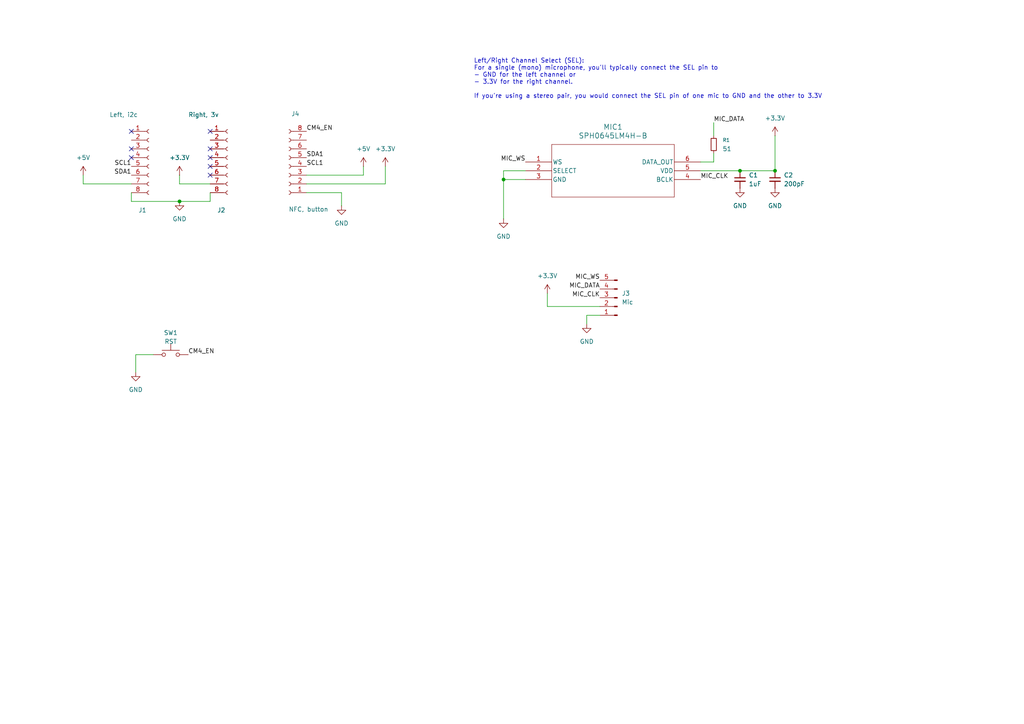
<source format=kicad_sch>
(kicad_sch (version 20250114) (generator "eeschema") (generator_version "9.0")
  (paper "A4")
  (lib_symbols
    (symbol "2025-08-26_08-43-29:SPH0645LM4H-B" (pin_names (offset 0.254))
      (property "Reference" "MIC" (at 25.4 10.16 0))
      (property "Value" "SPH0645LM4H-B" (at 25.4 7.62 0))
      (symbol "SPH0645LM4H-B_0_1"
        (polyline (pts (xy 7.62 5.08) (xy 7.62 -10.16)) (stroke (width 0.127)))
        (polyline (pts (xy 7.62 -10.16) (xy 43.18 -10.16)) (stroke (width 0.127)))
        (polyline (pts (xy 43.18 5.08) (xy 7.62 5.08)) (stroke (width 0.127)))
        (polyline (pts (xy 43.18 -10.16) (xy 43.18 5.08)) (stroke (width 0.127)))
        (pin input line (at 0 0 0) (length 7.62) (name "WS") (number "1"))
        (pin input line (at 0 -2.54 0) (length 7.62) (name "SELECT") (number "2"))
        (pin power_out line (at 0 -5.08 0) (length 7.62) (name "GND") (number "3"))
        (pin output line (at 50.8 0 180) (length 7.62) (name "DATA_OUT") (number "6"))
        (pin power_in line (at 50.8 -2.54 180) (length 7.62) (name "VDD") (number "5"))
        (pin input line (at 50.8 -5.08 180) (length 7.62) (name "BCLK") (number "4"))
      )
    )
    (symbol "Connector:Conn_01x05_Pin" (pin_names (offset 1.016) (hide yes))
      (property "Reference" "J" (at 0 7.62 0))
      (property "Value" "Conn_01x05_Pin" (at 0 -7.62 0))
      (symbol "Conn_01x05_Pin_1_1"
        (rectangle (start 0.8636 5.207) (end 0 4.953) (stroke (width 0.1524)) (fill (type outline)))
        (rectangle (start 0.8636 2.667) (end 0 2.413) (stroke (width 0.1524)) (fill (type outline)))
        (rectangle (start 0.8636 0.127) (end 0 -0.127) (stroke (width 0.1524)) (fill (type outline)))
        (rectangle (start 0.8636 -2.413) (end 0 -2.667) (stroke (width 0.1524)) (fill (type outline)))
        (rectangle (start 0.8636 -4.953) (end 0 -5.207) (stroke (width 0.1524)) (fill (type outline)))
        (polyline (pts (xy 1.27 5.08) (xy 0.8636 5.08)) (stroke (width 0.1524)))
        (polyline (pts (xy 1.27 2.54) (xy 0.8636 2.54)) (stroke (width 0.1524)))
        (polyline (pts (xy 1.27 0) (xy 0.8636 0)) (stroke (width 0.1524)))
        (polyline (pts (xy 1.27 -2.54) (xy 0.8636 -2.54)) (stroke (width 0.1524)))
        (polyline (pts (xy 1.27 -5.08) (xy 0.8636 -5.08)) (stroke (width 0.1524)))
        (pin passive line (at 5.08 5.08 180) (length 3.81) (name "Pin_1") (number "1"))
        (pin passive line (at 5.08 2.54 180) (length 3.81) (name "Pin_2") (number "2"))
        (pin passive line (at 5.08 0 180) (length 3.81) (name "Pin_3") (number "3"))
        (pin passive line (at 5.08 -2.54 180) (length 3.81) (name "Pin_4") (number "4"))
        (pin passive line (at 5.08 -5.08 180) (length 3.81) (name "Pin_5") (number "5"))
      )
    )
    (symbol "Connector:Conn_01x08_Socket" (pin_names (offset 1.016) (hide yes))
      (property "Reference" "J" (at 0 10.16 0))
      (property "Value" "Conn_01x08_Socket" (at 0 -12.7 0))
      (symbol "Conn_01x08_Socket_1_1"
        (polyline (pts (xy -1.27 7.62) (xy -0.508 7.62)) (stroke (width 0.1524)))
        (polyline (pts (xy -1.27 5.08) (xy -0.508 5.08)) (stroke (width 0.1524)))
        (polyline (pts (xy -1.27 2.54) (xy -0.508 2.54)) (stroke (width 0.1524)))
        (polyline (pts (xy -1.27 0) (xy -0.508 0)) (stroke (width 0.1524)))
        (polyline (pts (xy -1.27 -2.54) (xy -0.508 -2.54)) (stroke (width 0.1524)))
        (polyline (pts (xy -1.27 -5.08) (xy -0.508 -5.08)) (stroke (width 0.1524)))
        (polyline (pts (xy -1.27 -7.62) (xy -0.508 -7.62)) (stroke (width 0.1524)))
        (polyline (pts (xy -1.27 -10.16) (xy -0.508 -10.16)) (stroke (width 0.1524)))
        (arc (start 0 7.112) (mid -0.5058 7.62) (end 0 8.128) (stroke (width 0.1524)))
        (arc (start 0 4.572) (mid -0.5058 5.08) (end 0 5.588) (stroke (width 0.1524)))
        (arc (start 0 2.032) (mid -0.5058 2.54) (end 0 3.048) (stroke (width 0.1524)))
        (arc (start 0 -0.508) (mid -0.5058 0) (end 0 0.508) (stroke (width 0.1524)))
        (arc (start 0 -3.048) (mid -0.5058 -2.54) (end 0 -2.032) (stroke (width 0.1524)))
        (arc (start 0 -5.588) (mid -0.5058 -5.08) (end 0 -4.572) (stroke (width 0.1524)))
        (arc (start 0 -8.128) (mid -0.5058 -7.62) (end 0 -7.112) (stroke (width 0.1524)))
        (arc (start 0 -10.668) (mid -0.5058 -10.16) (end 0 -9.652) (stroke (width 0.1524)))
        (pin passive line (at -5.08 7.62 0) (length 3.81) (name "Pin_1") (number "1"))
        (pin passive line (at -5.08 5.08 0) (length 3.81) (name "Pin_2") (number "2"))
        (pin passive line (at -5.08 2.54 0) (length 3.81) (name "Pin_3") (number "3"))
        (pin passive line (at -5.08 0 0) (length 3.81) (name "Pin_4") (number "4"))
        (pin passive line (at -5.08 -2.54 0) (length 3.81) (name "Pin_5") (number "5"))
        (pin passive line (at -5.08 -5.08 0) (length 3.81) (name "Pin_6") (number "6"))
        (pin passive line (at -5.08 -7.62 0) (length 3.81) (name "Pin_7") (number "7"))
        (pin passive line (at -5.08 -10.16 0) (length 3.81) (name "Pin_8") (number "8"))
      )
    )
    (symbol "Device:C_Small" (pin_numbers (hide yes)) (pin_names (offset 0.254) (hide yes))
      (property "Reference" "C" (at 0.254 1.778 0))
      (property "Value" "C_Small" (at 0.254 -2.032 0))
      (symbol "C_Small_0_1"
        (polyline (pts (xy -1.524 0.508) (xy 1.524 0.508)) (stroke (width 0.3048)))
        (polyline (pts (xy -1.524 -0.508) (xy 1.524 -0.508)) (stroke (width 0.3302)))
      )
      (symbol "C_Small_1_1"
        (pin passive line (at 0 2.54 270) (length 2.032) (name "~") (number "1"))
        (pin passive line (at 0 -2.54 90) (length 2.032) (name "~") (number "2"))
      )
    )
    (symbol "Device:R_Small" (pin_numbers (hide yes)) (pin_names (offset 0.254) (hide yes))
      (property "Reference" "R" (at 0 0 90))
      (property "Value" "R_Small" (at 1.778 0 90))
      (symbol "R_Small_0_1"
        (rectangle (start -0.762 1.778) (end 0.762 -1.778) (stroke (width 0.2032)))
      )
      (symbol "R_Small_1_1"
        (pin passive line (at 0 2.54 270) (length 0.762) (name "~") (number "1"))
        (pin passive line (at 0 -2.54 90) (length 0.762) (name "~") (number "2"))
      )
    )
    (symbol "Switch:SW_Push" (pin_numbers (hide yes)) (pin_names (offset 1.016) (hide yes))
      (property "Reference" "SW" (at 1.27 2.54 0))
      (property "Value" "SW_Push" (at 0 -1.524 0))
      (symbol "SW_Push_0_1"
        (circle (center -2.032 0) (radius 0.508))
        (polyline (pts (xy 0 1.27) (xy 0 3.048)))
        (circle (center 2.032 0) (radius 0.508))
        (polyline (pts (xy 2.54 1.27) (xy -2.54 1.27)))
        (pin passive line (at -5.08 0 0) (length 2.54) (name "1") (number "1"))
        (pin passive line (at 5.08 0 180) (length 2.54) (name "2") (number "2"))
      )
    )
    (symbol "power:+3.3V" (power) (pin_numbers (hide yes)) (pin_names (offset 0) (hide yes))
      (property "Value" "+3.3V" (at 0 3.556 0))
      (symbol "+3.3V_0_1"
        (polyline (pts (xy -0.762 1.27) (xy 0 2.54)))
        (polyline (pts (xy 0 2.54) (xy 0.762 1.27)))
        (polyline (pts (xy 0 0) (xy 0 2.54)))
      )
      (symbol "+3.3V_1_1"
        (pin power_in line (at 0 0 90) (length 0) (name "~") (number "1"))
      )
    )
    (symbol "power:+5V" (power) (pin_numbers (hide yes)) (pin_names (offset 0) (hide yes))
      (property "Value" "+5V" (at 0 3.556 0))
      (symbol "+5V_0_1"
        (polyline (pts (xy -0.762 1.27) (xy 0 2.54)))
        (polyline (pts (xy 0 2.54) (xy 0.762 1.27)))
        (polyline (pts (xy 0 0) (xy 0 2.54)))
      )
      (symbol "+5V_1_1"
        (pin power_in line (at 0 0 90) (length 0) (name "~") (number "1"))
      )
    )
    (symbol "power:GND" (power) (pin_numbers (hide yes)) (pin_names (offset 0) (hide yes))
      (property "Value" "GND" (at 0 -3.81 0))
      (symbol "GND_0_1"
        (polyline (pts (xy 0 0) (xy 0 -1.27) (xy 1.27 -1.27) (xy 0 -2.54) (xy -1.27 -1.27) (xy 0 -1.27)))
      )
      (symbol "GND_1_1"
        (pin power_in line (at 0 0 270) (length 0) (name "~") (number "1"))
      )
    )
  )
  (text "Left/Right Channel Select (SEL): \nFor a single (mono) microphone, you'll typically connect the SEL pin to \n- GND for the left channel or \n- 3.3V for the right channel. \n\nIf you're using a stereo pair, you would connect the SEL pin of one mic to GND and the other to 3.3V" (at 137.414 22.86 0) (effects (font (size 1.27 1.27)) (justify left)))
  (junction (at 146.05 52.07))
  (junction (at 52.07 58.42))
  (junction (at 214.63 49.53))
  (junction (at 224.79 49.53))
  (no_connect (at 38.1 38.1))
  (no_connect (at 60.96 45.72))
  (no_connect (at 60.96 50.8))
  (no_connect (at 38.1 43.18))
  (no_connect (at 38.1 45.72))
  (no_connect (at 60.96 38.1))
  (no_connect (at 60.96 48.26))
  (no_connect (at 60.96 43.18))
  (wire (pts (xy 170.18 93.98) (xy 170.18 91.44)))
  (wire (pts (xy 158.75 88.9) (xy 173.99 88.9)))
  (wire (pts (xy 105.41 50.8) (xy 88.9 50.8)))
  (wire (pts (xy 38.1 53.34) (xy 24.13 53.34)))
  (wire (pts (xy 146.05 52.07) (xy 146.05 63.5)))
  (wire (pts (xy 203.2 46.99) (xy 207.01 46.99)))
  (wire (pts (xy 38.1 55.88) (xy 38.1 58.42)))
  (wire (pts (xy 24.13 53.34) (xy 24.13 50.8)))
  (wire (pts (xy 203.2 49.53) (xy 214.63 49.53)))
  (wire (pts (xy 207.01 46.99) (xy 207.01 44.45)))
  (wire (pts (xy 224.79 39.37) (xy 224.79 49.53)))
  (wire (pts (xy 170.18 91.44) (xy 173.99 91.44)))
  (wire (pts (xy 214.63 49.53) (xy 224.79 49.53)))
  (wire (pts (xy 146.05 49.53) (xy 146.05 52.07)))
  (wire (pts (xy 207.01 35.56) (xy 207.01 39.37)))
  (wire (pts (xy 60.96 55.88) (xy 60.96 58.42)))
  (wire (pts (xy 60.96 53.34) (xy 52.07 53.34)))
  (wire (pts (xy 60.96 58.42) (xy 52.07 58.42)))
  (wire (pts (xy 88.9 55.88) (xy 99.06 55.88)))
  (wire (pts (xy 52.07 53.34) (xy 52.07 50.8)))
  (wire (pts (xy 111.76 48.26) (xy 111.76 53.34)))
  (wire (pts (xy 152.4 52.07) (xy 146.05 52.07)))
  (wire (pts (xy 39.37 107.95) (xy 39.37 102.87)))
  (wire (pts (xy 99.06 55.88) (xy 99.06 59.69)))
  (wire (pts (xy 105.41 48.26) (xy 105.41 50.8)))
  (wire (pts (xy 158.75 85.09) (xy 158.75 88.9)))
  (wire (pts (xy 111.76 53.34) (xy 88.9 53.34)))
  (wire (pts (xy 39.37 102.87) (xy 44.45 102.87)))
  (wire (pts (xy 152.4 49.53) (xy 146.05 49.53)))
  (wire (pts (xy 38.1 58.42) (xy 52.07 58.42)))
  (label "MIC_WS" (at 152.4 46.99 180))
  (label "SDA1" (at 88.9 45.72 0))
  (label "SDA1" (at 38.1 50.8 180))
  (label "MIC_DATA" (at 207.01 35.56 0))
  (label "MIC_CLK" (at 203.2 52.07 0))
  (label "CM4_EN" (at 54.61 102.87 0))
  (label "SCL1" (at 88.9 48.26 0))
  (label "CM4_EN" (at 88.9 38.1 0))
  (label "MIC_DATA" (at 173.99 83.82 180))
  (label "SCL1" (at 38.1 48.26 180))
  (label "MIC_WS" (at 173.99 81.28 180))
  (label "MIC_CLK" (at 173.99 86.36 180))
  (symbol (lib_id "power:GND") (at 99.06 59.69 0) (unit 1)
    (property "Reference" "#PWR09" (effects (hide yes)))
    (property "Value" "GND" (at 99.06 64.77 0))
    (property "Description" "Power symbol creates a global label with name \"GND\" , ground" (effects (hide yes)))
  )
  (symbol (lib_id "power:+3.3V") (at 111.76 48.26 0) (unit 1)
    (property "Reference" "#PWR010" (effects (hide yes)))
    (property "Value" "+3.3V" (at 111.76 43.18 0))
    (property "Description" "Power symbol creates a global label with name \"+3.3V\"" (effects (hide yes)))
  )
  (symbol (lib_id "2025-08-26_08-43-29:SPH0645LM4H-B") (at 152.4 46.99 0) (unit 1)
    (property "Reference" "MIC1" (at 177.8 36.83 0) (effects (font (size 1.524 1.524))))
    (property "Value" "SPH0645LM4H-B" (at 177.8 39.37 0) (effects (font (size 1.524 1.524))))
    (property "Footprint" "SPH0645LM4H-B_KNO" (effects (hide yes)))
    (property "Datasheet" "SPH0645LM4H-B" (effects (hide yes)))
  )
  (symbol (lib_id "power:+3.3V") (at 224.79 39.37 0) (unit 1)
    (property "Reference" "#PWR04" (effects (hide yes)))
    (property "Value" "+3.3V" (at 224.79 34.29 0))
    (property "Description" "Power symbol creates a global label with name \"+3.3V\"" (effects (hide yes)))
  )
  (symbol (lib_id "Device:C_Small") (at 214.63 52.07 0) (unit 1)
    (property "Reference" "C1" (at 217.17 50.8062 0) (effects (justify left)))
    (property "Value" "1uF" (at 217.17 53.3462 0) (effects (justify left)))
    (property "Footprint" "Capacitor_SMD:C_0603_1608Metric" (effects (hide yes)))
    (property "Description" "Unpolarized capacitor, small symbol" (effects (hide yes)))
  )
  (symbol (lib_id "power:+3.3V") (at 158.75 85.09 0) (unit 1)
    (property "Reference" "#PWR08" (effects (hide yes)))
    (property "Value" "+3.3V" (at 158.75 80.01 0))
    (property "Description" "Power symbol creates a global label with name \"+3.3V\"" (effects (hide yes)))
  )
  (symbol (lib_id "power:GND") (at 170.18 93.98 0) (unit 1)
    (property "Reference" "#PWR07" (effects (hide yes)))
    (property "Value" "GND" (at 170.18 99.06 0))
    (property "Description" "Power symbol creates a global label with name \"GND\" , ground" (effects (hide yes)))
  )
  (symbol (lib_id "power:GND") (at 52.07 58.42 0) (unit 1)
    (property "Reference" "#PWR03" (effects (hide yes)))
    (property "Value" "GND" (at 52.07 63.5 0))
    (property "Description" "Power symbol creates a global label with name \"GND\" , ground" (effects (hide yes)))
  )
  (symbol (lib_id "Device:R_Small") (at 207.01 41.91 0) (unit 1)
    (property "Reference" "R1" (at 209.55 40.6399 0) (effects (font (size 1.016 1.016)) (justify left)))
    (property "Value" "51" (at 209.55 43.1799 0) (effects (justify left)))
    (property "Footprint" "Resistor_SMD:R_0402_1005Metric" (effects (hide yes)))
    (property "Description" "Resistor, small symbol" (effects (hide yes)))
  )
  (symbol (lib_id "power:+5V") (at 24.13 50.8 0) (unit 1)
    (property "Reference" "#PWR02" (effects (hide yes)))
    (property "Value" "+5V" (at 24.13 45.72 0))
    (property "Description" "Power symbol creates a global label with name \"+5V\"" (effects (hide yes)))
  )
  (symbol (lib_id "Device:C_Small") (at 224.79 52.07 0) (unit 1)
    (property "Reference" "C2" (at 227.33 50.8062 0) (effects (justify left)))
    (property "Value" "200pF" (at 227.33 53.3462 0) (effects (justify left)))
    (property "Footprint" "Capacitor_SMD:C_0603_1608Metric" (effects (hide yes)))
    (property "Description" "Unpolarized capacitor, small symbol" (effects (hide yes)))
  )
  (symbol (lib_id "power:GND") (at 39.37 107.95 0) (unit 1)
    (property "Reference" "#PWR06" (effects (hide yes)))
    (property "Value" "GND" (at 39.37 113.03 0))
    (property "Description" "Power symbol creates a global label with name \"GND\" , ground" (effects (hide yes)))
  )
  (symbol (lib_id "Connector:Conn_01x08_Socket") (at 43.18 45.72 0) (unit 1)
    (property "Reference" "J1" (at 40.132 60.96 0) (effects (justify left)))
    (property "Value" "Left, i2c" (at 31.75 33.274 0) (effects (justify left)))
    (property "Footprint" "Connector_PinHeader_2.54mm:PinHeader_1x08_P2.54mm_Vertical" (effects (hide yes)))
    (property "Description" "Generic connector, single row, 01x08, script generated" (effects (hide yes)))
  )
  (symbol (lib_id "Connector:Conn_01x08_Socket") (at 83.82 48.26 180) (unit 1)
    (property "Reference" "J4" (at 86.868 33.02 0) (effects (justify left)))
    (property "Value" "NFC, button" (at 95.25 60.706 0) (effects (justify left)))
    (property "Footprint" "Connector_PinHeader_2.54mm:PinHeader_1x08_P2.54mm_Vertical" (effects (hide yes)))
    (property "Description" "Generic connector, single row, 01x08, script generated" (effects (hide yes)))
  )
  (symbol (lib_id "power:+3.3V") (at 52.07 50.8 0) (unit 1)
    (property "Reference" "#PWR01" (effects (hide yes)))
    (property "Value" "+3.3V" (at 52.07 45.72 0))
    (property "Description" "Power symbol creates a global label with name \"+3.3V\"" (effects (hide yes)))
  )
  (symbol (lib_id "power:+5V") (at 105.41 48.26 0) (unit 1)
    (property "Reference" "#PWR011" (effects (hide yes)))
    (property "Value" "+5V" (at 105.41 43.18 0))
    (property "Description" "Power symbol creates a global label with name \"+5V\"" (effects (hide yes)))
  )
  (symbol (lib_id "power:GND") (at 146.05 63.5 0) (unit 1)
    (property "Reference" "#PWR05" (effects (hide yes)))
    (property "Value" "GND" (at 146.05 68.58 0))
    (property "Description" "Power symbol creates a global label with name \"GND\" , ground" (effects (hide yes)))
  )
  (symbol (lib_id "Switch:SW_Push") (at 49.53 102.87 0) (unit 1)
    (property "Reference" "SW1" (at 49.53 96.52 0))
    (property "Value" "RST" (at 49.53 99.06 0))
    (property "Footprint" "Button_Switch_SMD:SW_SPST_PTS810" (effects (hide yes)))
    (property "LCSC" "C116501" (effects (hide yes)))
  )
  (symbol (lib_id "power:GND") (at 224.79 54.61 0) (unit 1)
    (property "Reference" "#PWR013" (effects (hide yes)))
    (property "Value" "GND" (at 224.79 59.69 0))
    (property "Description" "Power symbol creates a global label with name \"GND\" , ground" (effects (hide yes)))
  )
  (symbol (lib_id "Connector:Conn_01x05_Pin") (at 179.07 86.36 180) (unit 1)
    (property "Reference" "J3" (at 180.34 85.0899 0) (effects (justify right)))
    (property "Value" "Mic" (at 180.34 87.6299 0) (effects (justify right)))
    (property "Footprint" "Connector_PinHeader_2.54mm:PinHeader_1x05_P2.54mm_Vertical" (effects (hide yes)))
    (property "Description" "Generic connector, single row, 01x05, script generated" (effects (hide yes)))
  )
  (symbol (lib_id "Connector:Conn_01x08_Socket") (at 66.04 45.72 0) (unit 1)
    (property "Reference" "J2" (at 62.992 60.96 0) (effects (justify left)))
    (property "Value" "Right, 3v" (at 54.61 33.274 0) (effects (justify left)))
    (property "Footprint" "Connector_PinHeader_2.54mm:PinHeader_1x08_P2.54mm_Vertical" (effects (hide yes)))
    (property "Description" "Generic connector, single row, 01x08, script generated" (effects (hide yes)))
  )
  (symbol (lib_id "power:GND") (at 214.63 54.61 0) (unit 1)
    (property "Reference" "#PWR012" (effects (hide yes)))
    (property "Value" "GND" (at 214.63 59.69 0))
    (property "Description" "Power symbol creates a global label with name \"GND\" , ground" (effects (hide yes)))
  )
)
</source>
